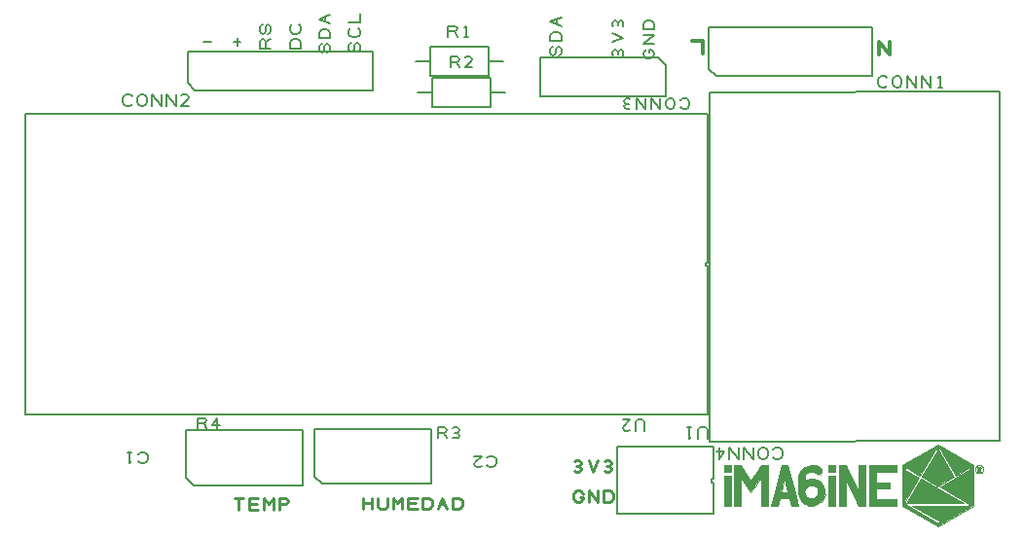
<source format=gbr>
G04 EasyPC Gerber Version 20.0.2 Build 4112 *
%FSLAX35Y35*%
%MOIN*%
%ADD83C,0.00197*%
%ADD15C,0.00500*%
%ADD82C,0.00984*%
%ADD81C,0.01181*%
X0Y0D02*
D02*
D15*
X38094Y149332D02*
X37782Y149020D01*
X37157Y148707*
X36219*
X35594Y149020*
X35282Y149332*
X34969Y149957*
Y151207*
X35282Y151832*
X35594Y152145*
X36219Y152457*
X37157*
X37782Y152145*
X38094Y151832*
X39969Y149957D02*
Y151207D01*
X40282Y151832*
X40594Y152145*
X41219Y152457*
X41844*
X42469Y152145*
X42782Y151832*
X43094Y151207*
Y149957*
X42782Y149332*
X42469Y149020*
X41844Y148707*
X41219*
X40594Y149020*
X40282Y149332*
X39969Y149957*
X44969Y148707D02*
Y152457D01*
X48094Y148707*
Y152457*
X49969Y148707D02*
Y152457D01*
X53094Y148707*
Y152457*
X57469Y148707D02*
X54969D01*
X57157Y150895*
X57469Y151520*
X57157Y152145*
X56532Y152457*
X55594*
X54969Y152145*
X40304Y29387D02*
X40617Y29699D01*
X41242Y30012*
X42179*
X42804Y29699*
X43117Y29387*
X43429Y28762*
Y27512*
X43117Y26887*
X42804Y26574*
X42179Y26262*
X41242*
X40617Y26574*
X40304Y26887*
X37804Y30012D02*
X36554D01*
X37179D02*
Y26262D01*
X37804Y26887*
X56656Y37478D02*
X96656D01*
Y18728*
X59156*
X56656Y21228*
Y37478*
X57152Y167234D02*
X120420D01*
Y153966*
X59652*
X57152Y156466*
Y167234*
X60535Y37983D02*
Y41733D01*
X62723*
X63348Y41420*
X63661Y40795*
X63348Y40170*
X62723Y39858*
X60535*
X62723D02*
X63661Y37983D01*
X67098D02*
Y41733D01*
X65535Y39233*
X68035*
X62536Y170537D02*
X65036D01*
X72786D02*
X75286D01*
X74036Y169287D02*
Y171787D01*
X85598Y168350D02*
X81848D01*
Y170537*
X82161Y171163*
X82786Y171475*
X83411Y171163*
X83723Y170537*
Y168350*
Y170537D02*
X85598Y171475D01*
X84661Y173350D02*
X85286Y173663D01*
X85598Y174287*
Y175537*
X85286Y176163*
X84661Y176475*
X84036Y176163*
X83723Y175537*
Y174287*
X83411Y173663*
X82786Y173350*
X82161Y173663*
X81848Y174287*
Y175537*
X82161Y176163*
X82786Y176475*
X95848Y168350D02*
X92098D01*
Y170225*
X92411Y170850*
X92723Y171163*
X93348Y171475*
X94598*
X95223Y171163*
X95536Y170850*
X95848Y170225*
Y168350*
X95223Y176475D02*
X95536Y176163D01*
X95848Y175537*
Y174600*
X95536Y173975*
X95223Y173663*
X94598Y173350*
X93348*
X92723Y173663*
X92411Y173975*
X92098Y174600*
Y175537*
X92411Y176163*
X92723Y176475*
X100683Y37850D02*
X140683D01*
Y19100*
X103183*
X100683Y21600*
Y37850*
X104911Y166804D02*
X105536Y167117D01*
X105848Y167742*
Y168992*
X105536Y169617*
X104911Y169930*
X104286Y169617*
X103973Y168992*
Y167742*
X103661Y167117*
X103036Y166804*
X102411Y167117*
X102098Y167742*
Y168992*
X102411Y169617*
X103036Y169930*
X105848Y171804D02*
X102098D01*
Y173680*
X102411Y174304*
X102723Y174617*
X103348Y174930*
X104598*
X105223Y174617*
X105536Y174304*
X105848Y173680*
Y171804*
Y176804D02*
X102098Y178367D01*
X105848Y179930*
X104286Y177430D02*
Y179304D01*
X115161Y167115D02*
X115786Y167428D01*
X116098Y168053*
Y169303*
X115786Y169928*
X115161Y170241*
X114536Y169928*
X114223Y169303*
Y168053*
X113911Y167428*
X113286Y167115*
X112661Y167428*
X112348Y168053*
Y169303*
X112661Y169928*
X113286Y170241*
X115473Y175241D02*
X115786Y174928D01*
X116098Y174303*
Y173365*
X115786Y172741*
X115473Y172428*
X114848Y172115*
X113598*
X112973Y172428*
X112661Y172741*
X112348Y173365*
Y174303*
X112661Y174928*
X112973Y175241*
X112348Y177115D02*
X116098D01*
Y180241*
X135036Y163850D02*
X140036D01*
X135786Y153350D02*
X140786D01*
X140036Y158850D02*
Y168850D01*
X160036*
Y158850*
X140036*
X140786Y148350D02*
Y158350D01*
X160786*
Y148350*
X140786*
X142708Y34748D02*
Y38498D01*
X144895*
X145520Y38186*
X145833Y37561*
X145520Y36936*
X144895Y36623*
X142708*
X144895D02*
X145833Y34748D01*
X148020Y35061D02*
X148645Y34748D01*
X149270*
X149895Y35061*
X150208Y35686*
X149895Y36311*
X149270Y36623*
X148645*
X149270D02*
X149895Y36936D01*
X150208Y37561*
X149895Y38186*
X149270Y38498*
X148645*
X148020Y38186*
X146286Y172287D02*
Y176037D01*
X148473*
X149098Y175725*
X149411Y175100*
X149098Y174475*
X148473Y174163*
X146286*
X148473D02*
X149411Y172287D01*
X151911D02*
X153161D01*
X152536D02*
Y176037D01*
X151911Y175413*
X147036Y161787D02*
Y165537D01*
X149223*
X149848Y165225*
X150161Y164600*
X149848Y163975*
X149223Y163663*
X147036*
X149223D02*
X150161Y161787D01*
X154536D02*
X152036D01*
X154223Y163975*
X154536Y164600*
X154223Y165225*
X153598Y165537*
X152661*
X152036Y165225*
X160036Y163850D02*
X165036D01*
X160786Y153350D02*
X165786D01*
X159675Y28080D02*
X159987Y28393D01*
X160613Y28706*
X161550*
X162175Y28393*
X162487Y28080*
X162800Y27456*
Y26206*
X162487Y25580*
X162175Y25268*
X161550Y24956*
X160613*
X159987Y25268*
X159675Y25580*
X155300Y28706D02*
X157800D01*
X155613Y26518*
X155300Y25893*
X155613Y25268*
X156237Y24956*
X157175*
X157800Y25268*
X184161Y165850D02*
X184786Y166163D01*
X185098Y166787*
Y168037*
X184786Y168663*
X184161Y168975*
X183536Y168663*
X183223Y168037*
Y166787*
X182911Y166163*
X182286Y165850*
X181661Y166163*
X181348Y166787*
Y168037*
X181661Y168663*
X182286Y168975*
X185098Y170850D02*
X181348D01*
Y172725*
X181661Y173350*
X181973Y173663*
X182598Y173975*
X183848*
X184473Y173663*
X184786Y173350*
X185098Y172725*
Y170850*
Y175850D02*
X181348Y177413D01*
X185098Y178975*
X183536Y176475D02*
Y178350D01*
X206036Y165748D02*
X206348Y166373D01*
Y166998*
X206036Y167623*
X205411Y167936*
X204786Y167623*
X204473Y166998*
Y166373*
Y166998D02*
X204161Y167623D01*
X203536Y167936*
X202911Y167623*
X202598Y166998*
Y166373*
X202911Y165748*
X202598Y170436D02*
X206348Y171998D01*
X202598Y173561*
X206036Y175748D02*
X206348Y176373D01*
Y176998*
X206036Y177623*
X205411Y177936*
X204786Y177623*
X204473Y176998*
Y176373*
Y176998D02*
X204161Y177623D01*
X203536Y177936*
X202911Y177623*
X202598Y176998*
Y176373*
X202911Y175748*
X213559Y37334D02*
Y40146D01*
X213246Y40772*
X212622Y41084*
X211372*
X210746Y40772*
X210434Y40146*
Y37334*
X206059Y41084D02*
X208559D01*
X206372Y38896*
X206059Y38272*
X206372Y37646*
X206996Y37334*
X207934*
X208559Y37646*
X215286Y167037D02*
Y167975D01*
X215598*
X216223Y167663*
X216536Y167350*
X216848Y166725*
Y166100*
X216536Y165475*
X216223Y165163*
X215598Y164850*
X214348*
X213723Y165163*
X213411Y165475*
X213098Y166100*
Y166725*
X213411Y167350*
X213723Y167663*
X214348Y167975*
X216848Y169850D02*
X213098D01*
X216848Y172975*
X213098*
X216848Y174850D02*
X213098D01*
Y176725*
X213411Y177350*
X213723Y177663*
X214348Y177975*
X215598*
X216223Y177663*
X216536Y177350*
X216848Y176725*
Y174850*
X220754Y151835D02*
X177861D01*
Y165103*
X218254*
X220754Y162603*
Y151835*
X225861Y150624D02*
X226173Y150936D01*
X226798Y151249*
X227736*
X228361Y150936*
X228673Y150624*
X228986Y149999*
Y148749*
X228673Y148124*
X228361Y147811*
X227736Y147499*
X226798*
X226173Y147811*
X225861Y148124*
X223986Y149999D02*
Y148749D01*
X223673Y148124*
X223361Y147811*
X222736Y147499*
X222111*
X221486Y147811*
X221173Y148124*
X220861Y148749*
Y149999*
X221173Y150624*
X221486Y150936*
X222111Y151249*
X222736*
X223361Y150936*
X223673Y150624*
X223986Y149999*
X218986Y151249D02*
Y147499D01*
X215861Y151249*
Y147499*
X213986Y151249D02*
Y147499D01*
X210861Y151249*
Y147499*
X208673Y150936D02*
X208048Y151249D01*
X207423*
X206798Y150936*
X206486Y150311*
X206798Y149686*
X207423Y149374*
X208048*
X207423D02*
X206798Y149061D01*
X206486Y148436*
X206798Y147811*
X207423Y147499*
X208048*
X208673Y147811*
X235036Y34663D02*
Y37475D01*
X234723Y38100*
X234098Y38413*
X232848*
X232223Y38100*
X231911Y37475*
Y34663*
X229411Y38413D02*
X228161D01*
X228786D02*
Y34663D01*
X229411Y35287*
X235289Y42764D02*
X1461D01*
Y146032*
X235289*
Y95023*
X234664*
Y93773*
X235289*
Y42764*
X235641Y175645D02*
X291546D01*
Y158834*
X238141*
X235641Y161334*
Y175645*
X237223Y8913D02*
X204349D01*
Y31787*
X237223*
Y20975*
X236598*
Y19725*
X237223*
Y8913*
X257661Y30787D02*
X257973Y31100D01*
X258598Y31413*
X259536*
X260161Y31100*
X260473Y30787*
X260786Y30163*
Y28913*
X260473Y28287*
X260161Y27975*
X259536Y27663*
X258598*
X257973Y27975*
X257661Y28287*
X255786Y30163D02*
Y28913D01*
X255473Y28287*
X255161Y27975*
X254536Y27663*
X253911*
X253286Y27975*
X252973Y28287*
X252661Y28913*
Y30163*
X252973Y30787*
X253286Y31100*
X253911Y31413*
X254536*
X255161Y31100*
X255473Y30787*
X255786Y30163*
X250786Y31413D02*
Y27663D01*
X247661Y31413*
Y27663*
X245786Y31413D02*
Y27663D01*
X242661Y31413*
Y27663*
X239223Y31413D02*
Y27663D01*
X240786Y30163*
X238286*
X296661Y155663D02*
X296348Y155350D01*
X295723Y155037*
X294786*
X294161Y155350*
X293848Y155663*
X293536Y156287*
Y157537*
X293848Y158163*
X294161Y158475*
X294786Y158787*
X295723*
X296348Y158475*
X296661Y158163*
X298536Y156287D02*
Y157537D01*
X298848Y158163*
X299161Y158475*
X299786Y158787*
X300411*
X301036Y158475*
X301348Y158163*
X301661Y157537*
Y156287*
X301348Y155663*
X301036Y155350*
X300411Y155037*
X299786*
X299161Y155350*
X298848Y155663*
X298536Y156287*
X303536Y155037D02*
Y158787D01*
X306661Y155037*
Y158787*
X308536Y155037D02*
Y158787D01*
X311661Y155037*
Y158787*
X314161Y155037D02*
X315411D01*
X314786D02*
Y158787D01*
X314161Y158163*
X335052Y33893D02*
X235898Y33626D01*
Y153350*
X335052Y153617*
Y132017*
X335070*
Y130767*
X335052*
Y33893*
D02*
D81*
X233536Y166563D02*
Y170993D01*
X229845*
X297536Y170743D02*
Y166313D01*
X293845Y170743*
Y166313*
D02*
D82*
X74635Y10310D02*
Y14148D01*
X73036D02*
X76235D01*
X78154Y10310D02*
Y14148D01*
X81353*
X80713Y12229D02*
X78154D01*
Y10310D02*
X81353D01*
X83272D02*
Y14148D01*
X84872Y12229*
X86471Y14148*
Y10310*
X88390D02*
Y14148D01*
X90630*
X91269Y13828*
X91589Y13189*
X91269Y12549*
X90630Y12229*
X88390*
X117142Y10560D02*
Y14398D01*
Y12479D02*
X120341D01*
Y10560D02*
Y14398D01*
X122260D02*
Y11519D01*
X122580Y10880*
X123220Y10560*
X124499*
X125139Y10880*
X125459Y11519*
Y14398*
X127378Y10560D02*
Y14398D01*
X128978Y12479*
X130577Y14398*
Y10560*
X132496D02*
Y14398D01*
X135695*
X135055Y12479D02*
X132496D01*
Y10560D02*
X135695D01*
X137614D02*
Y14398D01*
X139533*
X140173Y14078*
X140493Y13759*
X140813Y13119*
Y11839*
X140493Y11200*
X140173Y10880*
X139533Y10560*
X137614*
X142732D02*
X144332Y14398D01*
X145931Y10560*
X143372Y12159D02*
X145291D01*
X147850Y10560D02*
Y14398D01*
X149770*
X150409Y14078*
X150730Y13759*
X151049Y13119*
Y11839*
X150730Y11200*
X150409Y10880*
X149770Y10560*
X147850*
X191525Y14659D02*
X192485D01*
Y14339*
X192165Y13700*
X191845Y13380*
X191205Y13060*
X190565*
X189926Y13380*
X189606Y13700*
X189286Y14339*
Y15619*
X189606Y16259*
X189926Y16578*
X190565Y16898*
X191205*
X191845Y16578*
X192165Y16259*
X192485Y15619*
X194404Y13060D02*
Y16898D01*
X197603Y13060*
Y16898*
X199522Y13060D02*
Y16898D01*
X201441*
X202081Y16578*
X202401Y16259*
X202721Y15619*
Y14339*
X202401Y13700*
X202081Y13380*
X201441Y13060*
X199522*
X189606Y23630D02*
X190246Y23310D01*
X190885*
X191525Y23630*
X191845Y24269*
X191525Y24909*
X190885Y25229*
X190246*
X190885D02*
X191525Y25549D01*
X191845Y26189*
X191525Y26828*
X190885Y27148*
X190246*
X189606Y26828*
X194404Y27148D02*
X196004Y23310D01*
X197603Y27148*
X199842Y23630D02*
X200482Y23310D01*
X201122*
X201761Y23630*
X202081Y24269*
X201761Y24909*
X201122Y25229*
X200482*
X201122D02*
X201761Y25549D01*
X202081Y26189*
X201761Y26828*
X201122Y27148*
X200482*
X199842Y26828*
D02*
D83*
X240709Y22068D02*
X243042D01*
Y11624*
X240709*
Y22068*
G36*
X243042*
Y11624*
X240709*
Y22068*
G37*
Y25568D02*
X243042D01*
Y23235*
X240709*
Y25568*
G36*
X243042*
Y23235*
X240709*
Y25568*
G37*
X248597Y18291D02*
X249292Y17235D01*
X249986Y16179*
X250681Y17235*
X251375Y18291*
X252403Y19846*
X253431Y21402*
Y11679*
X255764*
Y25568*
X253431*
X251709Y22957*
X249986Y20346*
X246486Y25568*
X244209*
Y11679*
X246486*
Y21402*
X248597Y18291*
G36*
X249292Y17235*
X249986Y16179*
X250681Y17235*
X251375Y18291*
X252403Y19846*
X253431Y21402*
Y11679*
X255764*
Y25568*
X253431*
X251709Y22957*
X249986Y20346*
X246486Y25568*
X244209*
Y11679*
X246486*
Y21402*
X248597Y18291*
G37*
X256933Y11732D02*
X259179D01*
X259803Y14104*
X263298*
X263922Y11732*
X266168*
X265045Y16350*
X258056*
X256933Y11732*
G36*
X259179*
X259803Y14104*
X263298*
X263922Y11732*
X266168*
X265045Y16350*
X258056*
X256933Y11732*
G37*
X260375Y16291D02*
X260959Y18596D01*
X261542Y20902*
X262709Y16291*
X260375*
X265045Y16350D02*
X262674Y25585D01*
X260427*
X258056Y16350*
X260302*
X261550Y20968*
X262674Y16350*
X265045*
G36*
X262674Y25585*
X260427*
X258056Y16350*
X260302*
X261550Y20968*
X262674Y16350*
X265045*
G37*
X268415D02*
G75*
G02X268914Y17723I1907J84D01*
G01*
X269413Y18222*
X268415Y20219*
Y21093*
G75*
G02X268789Y22216I3372J-500*
G01*
G75*
G02X269538Y22840I2144J-1811*
G01*
G75*
G02X270536Y23214I1561J-2644*
G01*
X271285*
X272034Y22965*
X272533Y22590*
X272907Y22341*
G75*
G03X273781I437J1055*
G01*
X274280Y22715*
G75*
G03Y24088I-1657J687*
G01*
G75*
G03X273157Y25086I-3393J-2686*
G01*
X272159Y25461*
G75*
G03X271285Y25585I-791J-2415*
G01*
X270411*
X269413Y25336*
X268664Y24961*
X267915Y24462*
X267291Y23838*
X266792Y23089*
X266418Y22216*
G75*
G03X266168Y21217I2706J-1207*
G01*
Y16350*
X268415*
G36*
G75*
G02X268914Y17723I1907J84*
G01*
X269413Y18222*
X268415Y20219*
Y21093*
G75*
G02X268789Y22216I3372J-500*
G01*
G75*
G02X269538Y22840I2144J-1811*
G01*
G75*
G02X270536Y23214I1561J-2644*
G01*
X271285*
X272034Y22965*
X272533Y22590*
X272907Y22341*
G75*
G03X273781I437J1055*
G01*
X274280Y22715*
G75*
G03Y24088I-1657J687*
G01*
G75*
G03X273157Y25086I-3393J-2686*
G01*
X272159Y25461*
G75*
G03X271285Y25585I-791J-2415*
G01*
X270411*
X269413Y25336*
X268664Y24961*
X267915Y24462*
X267291Y23838*
X266792Y23089*
X266418Y22216*
G75*
G03X266168Y21217I2706J-1207*
G01*
Y16350*
X268415*
G37*
X266168*
X266418Y14977*
X266917Y13854*
X267666Y12856*
X268415Y12107*
G75*
G03X269663Y11732I1686J3352*
G01*
X270661Y11607*
X271410*
G75*
G03X272783Y11982I-375J4080*
G01*
G75*
G03X274031Y12856I-1346J3252*
G01*
X274904Y13979*
X275404Y15476*
G75*
G03Y16849I-3893J687*
G01*
G75*
G03X275029Y18347I-4434J-313*
G01*
G75*
G03X274280Y19345I-3206J-1624*
G01*
X273531Y20094*
X272533Y20593*
X271535Y20843*
X270287*
X269039Y20593*
X268415Y20219*
X269413Y18222*
G75*
G02X270411Y18596I951J-1018*
G01*
X271285*
G75*
G02X272283Y18097I-917J-3081*
G01*
X272783Y17473*
X273032Y16849*
G75*
G02Y15601I-2815J-624*
G01*
X272783Y15102*
G75*
G02X272159Y14353I-1216J379*
G01*
X271410Y14104*
G75*
G02X270037I-686J1657*
G01*
X269163Y14603*
G75*
G02X268415Y16100I1433J1653*
G01*
Y16350*
G36*
X266168*
X266418Y14977*
X266917Y13854*
X267666Y12856*
X268415Y12107*
G75*
G03X269663Y11732I1686J3352*
G01*
X270661Y11607*
X271410*
G75*
G03X272783Y11982I-375J4080*
G01*
G75*
G03X274031Y12856I-1346J3252*
G01*
X274904Y13979*
X275404Y15476*
G75*
G03Y16849I-3893J687*
G01*
G75*
G03X275029Y18347I-4434J-313*
G01*
G75*
G03X274280Y19345I-3206J-1624*
G01*
X273531Y20094*
X272533Y20593*
X271535Y20843*
X270287*
X269039Y20593*
X268415Y20219*
X269413Y18222*
G75*
G02X270411Y18596I951J-1018*
G01*
X271285*
G75*
G02X272283Y18097I-917J-3081*
G01*
X272783Y17473*
X273032Y16849*
G75*
G02Y15601I-2815J-624*
G01*
X272783Y15102*
G75*
G02X272159Y14353I-1216J379*
G01*
X271410Y14104*
G75*
G02X270037I-686J1657*
G01*
X269163Y14603*
G75*
G02X268415Y16100I1433J1653*
G01*
Y16350*
G37*
X276597Y22068D02*
X278931D01*
Y11624*
X276597*
Y22068*
G36*
X278931*
Y11624*
X276597*
Y22068*
G37*
Y25568D02*
X278931D01*
Y23235*
X276597*
Y25568*
G36*
X278931*
Y23235*
X276597*
Y25568*
G37*
X282375Y20568D02*
X286986Y11679D01*
X289320*
Y25568*
X286986*
Y16679*
X282375Y25568*
X280042*
Y11679*
X282375*
Y20568*
G36*
X286986Y11679*
X289320*
Y25568*
X286986*
Y16679*
X282375Y25568*
X280042*
Y11679*
X282375*
Y20568*
G37*
X290486Y25568D02*
Y11679D01*
X299764*
Y14013*
X292820*
Y17457*
X297431*
Y19735*
X292820*
Y23235*
X299764*
Y25568*
X290486*
G36*
Y11679*
X299764*
Y14013*
X292820*
Y17457*
X297431*
Y19735*
X292820*
Y23235*
X299764*
Y25568*
X290486*
G37*
X302820Y13068D02*
X303986Y15096D01*
X305153Y17124*
X306320Y19152*
X307486Y21179*
X307500Y21207*
X307514Y21235*
X307542Y21291*
X307514Y21304*
X307486Y21318*
X307459Y21332*
X307431Y21346*
X305125Y22679*
X303972Y23346*
X302820Y24013*
Y24902*
X304070Y24179*
X305320Y23457*
X306570Y22735*
X307820Y22013*
X307847Y21999*
X307875Y21985*
X307903Y21971*
X307931Y21957*
X307944Y21985*
X307959Y22013*
X307972Y22041*
X307986Y22068*
X309292Y24332*
X310597Y26596*
X311903Y28860*
X313209Y31124*
X313542Y31318*
X313709Y31415*
X313875Y31513*
Y30735*
X309959Y23943*
X308653Y21679*
X308639Y21652*
X308625Y21624*
X308611Y21596*
X308597Y21568*
X308625Y21554*
X308653Y21541*
X308681Y21526*
X308709Y21513*
X309959Y20791*
X311209Y20068*
X312459Y19346*
X313709Y18624*
X313125Y18291*
X312931Y18179*
X311778Y18846*
X309472Y20179*
X308320Y20846*
X308292Y20860*
X308264Y20874*
X308236Y20888*
X308209Y20902*
X308194Y20874*
X308181Y20846*
X308167Y20818*
X308153Y20791*
X305820Y16735*
X304653Y14707*
X303486Y12679*
X303320Y12582*
X303153Y12485*
X302986Y12388*
X302820Y12291*
Y13068*
X314093Y32450D02*
Y31576D01*
X313843Y31326*
X313094Y31077*
X307852Y21966*
X302735Y24961*
Y23963*
X307478Y21217*
X302735Y13105*
Y12356*
X303609Y12856*
X308227Y20968*
X322954Y12481*
X303609*
X302860Y12107*
X314093Y5617*
Y4743*
X301987Y11607*
Y25585*
X314093Y32450*
G36*
Y31576*
X313843Y31326*
X313094Y31077*
X307852Y21966*
X302735Y24961*
Y23963*
X307478Y21217*
X302735Y13105*
Y12356*
X303609Y12856*
X308227Y20968*
X322954Y12481*
X303609*
X302860Y12107*
X314093Y5617*
Y4743*
X301987Y11607*
Y25585*
X314093Y32450*
G37*
X326074Y25585*
Y11607*
X314093Y4743*
Y5742*
X314717Y6116*
X305107Y11732*
X324451*
X325200Y12107*
X314093Y18472*
X313219Y17972*
X312969Y18222*
X313718Y18721*
X308601Y21592*
X313843Y30702*
Y31451*
X314093*
Y30827*
X319459Y21717*
X314342Y18596*
X315216Y18097*
X325325Y24088*
Y24961*
X320208Y21966*
X314841Y31077*
X314093Y31576*
Y32450*
G36*
X326074Y25585*
Y11607*
X314093Y4743*
Y5742*
X314717Y6116*
X305107Y11732*
X324451*
X325200Y12107*
X314093Y18472*
X313219Y17972*
X312969Y18222*
X313718Y18721*
X308601Y21592*
X313843Y30702*
Y31451*
X314093*
Y30827*
X319459Y21717*
X314342Y18596*
X315216Y18097*
X325325Y24088*
Y24961*
X320208Y21966*
X314841Y31077*
X314093Y31576*
Y32450*
G37*
X324486Y11679D02*
X305153D01*
X305264Y11610*
X305375Y11541*
X305486Y11471*
X305597Y11402*
X307889Y10082*
X312472Y7443*
X314764Y6124*
X314181Y5791*
X313986Y5679*
X311209Y7276*
X305653Y10471*
X302875Y12068*
X303042Y12165*
X303209Y12263*
X303542Y12457*
X322931*
X322806Y12526*
X322681Y12596*
X322556Y12665*
X322431Y12735*
X320139Y14054*
X317847Y15374*
X315556Y16693*
X313264Y18013*
X313459Y18124*
X313653Y18235*
X313847Y18346*
X314042Y18457*
X316820Y16860*
X319597Y15263*
X322375Y13665*
X325153Y12068*
X324820Y11874*
X324653Y11776*
X324486Y11679*
X325320Y24068D02*
X322778Y22596D01*
X320236Y21124*
X317694Y19652*
X315153Y18179*
X314959Y18291*
X314375Y18624*
X315625Y19346*
X316875Y20068*
X318125Y20791*
X319375Y21513*
X319403Y21526*
X319431Y21541*
X319459Y21554*
X319486Y21568*
X319472Y21596*
X319459Y21624*
X319444Y21652*
X319431Y21679*
X318125Y23943*
X314209Y30735*
Y31513*
X314542Y31318*
X314709Y31221*
X314875Y31124*
X317486Y26596*
X318792Y24332*
X320097Y22068*
X320111Y22041*
X320139Y21985*
X320153Y21957*
X320209Y21985*
X320236Y21999*
X320264Y22013*
X321514Y22735*
X322764Y23457*
X324014Y24179*
X325264Y24902*
Y24068*
X325320*
X327375Y24957D02*
X328209D01*
X328332Y24948*
X328444Y24922*
X328537Y24887*
X328597Y24846*
X328661Y24794*
X328694Y24721*
X328707Y24627*
X328708Y24513*
X328699Y24438*
X328674Y24374*
X328638Y24309*
X328597Y24235*
X328545Y24193*
X328472Y24152*
X328379Y24110*
X328264Y24068*
X328305Y24059*
X328341Y24041*
X328366Y24021*
X328375Y24013*
X328408Y23971*
X328431Y23929*
X328453Y23888*
X328486Y23846*
X328506Y23816*
X328556Y23728*
X328627Y23588*
X328708Y23402*
X328264*
X328158Y23589*
X328083Y23735*
X328030Y23839*
X327986Y23902*
X327944Y23942*
X327903Y23978*
X327861Y24003*
X327820Y24013*
X327764*
Y23402*
X327375*
Y24957*
G36*
X328209*
X328332Y24948*
X328444Y24922*
X328537Y24887*
X328597Y24846*
X328661Y24794*
X328694Y24721*
X328707Y24627*
X328708Y24513*
X328699Y24438*
X328674Y24374*
X328638Y24309*
X328597Y24235*
X328545Y24193*
X328472Y24152*
X328379Y24110*
X328264Y24068*
X328305Y24059*
X328341Y24041*
X328366Y24021*
X328375Y24013*
X328408Y23971*
X328431Y23929*
X328453Y23888*
X328486Y23846*
X328506Y23816*
X328556Y23728*
X328627Y23588*
X328708Y23402*
X328264*
X328158Y23589*
X328083Y23735*
X328030Y23839*
X327986Y23902*
X327944Y23942*
X327903Y23978*
X327861Y24003*
X327820Y24013*
X327764*
Y23402*
X327375*
Y24957*
G37*
X329597Y24179D02*
X329587Y23980D01*
X329556Y23797*
X329504Y23624*
X329431Y23457*
X329337Y23301*
X329222Y23165*
X329087Y23051*
X328931Y22957*
X328763Y22884*
X328591Y22832*
X328407Y22801*
X328209Y22791*
X328010Y22801*
X327826Y22832*
X327654Y22884*
X327486Y22957*
X327330Y23051*
X327194Y23165*
X327080Y23301*
X326986Y23457*
X326913Y23624*
X326861Y23797*
X326830Y23980*
X326820Y24179*
X326830Y24378*
X326861Y24561*
X326913Y24734*
X326986Y24902*
X327080Y25058*
X327194Y25193*
X327330Y25308*
X327486Y25402*
X327654Y25474*
X327826Y25526*
X328010Y25558*
X328209Y25568*
X328407Y25558*
X328591Y25526*
X328763Y25474*
X328931Y25402*
X329087Y25308*
X329222Y25193*
X329337Y25058*
X329431Y24902*
X329504Y24734*
X329556Y24561*
X329587Y24378*
X329597Y24179*
X0Y0D02*
M02*

</source>
